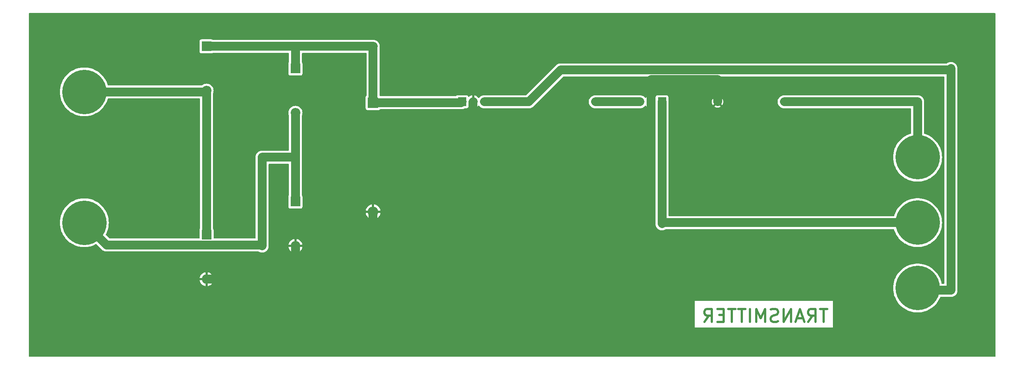
<source format=gbr>
%TF.GenerationSoftware,KiCad,Pcbnew,7.0.2*%
%TF.CreationDate,2023-06-04T14:04:22+05:30*%
%TF.ProjectId,Transmitter,5472616e-736d-4697-9474-65722e6b6963,rev?*%
%TF.SameCoordinates,Original*%
%TF.FileFunction,Copper,L2,Bot*%
%TF.FilePolarity,Positive*%
%FSLAX46Y46*%
G04 Gerber Fmt 4.6, Leading zero omitted, Abs format (unit mm)*
G04 Created by KiCad (PCBNEW 7.0.2) date 2023-06-04 14:04:22*
%MOMM*%
%LPD*%
G01*
G04 APERTURE LIST*
%ADD10C,0.500000*%
%TA.AperFunction,NonConductor*%
%ADD11C,0.500000*%
%TD*%
%TA.AperFunction,ComponentPad*%
%ADD12R,1.905000X2.000000*%
%TD*%
%TA.AperFunction,ComponentPad*%
%ADD13O,1.905000X2.000000*%
%TD*%
%TA.AperFunction,ComponentPad*%
%ADD14R,2.200000X2.200000*%
%TD*%
%TA.AperFunction,ComponentPad*%
%ADD15O,2.200000X2.200000*%
%TD*%
%TA.AperFunction,ComponentPad*%
%ADD16C,1.600000*%
%TD*%
%TA.AperFunction,ComponentPad*%
%ADD17O,1.600000X1.600000*%
%TD*%
%TA.AperFunction,ComponentPad*%
%ADD18C,10.160000*%
%TD*%
%TA.AperFunction,ComponentPad*%
%ADD19R,2.400000X2.400000*%
%TD*%
%TA.AperFunction,ComponentPad*%
%ADD20O,2.400000X2.400000*%
%TD*%
%TA.AperFunction,Conductor*%
%ADD21C,2.000000*%
%TD*%
G04 APERTURE END LIST*
D10*
D11*
X200374285Y-149032857D02*
X198660000Y-149032857D01*
X199517142Y-152032857D02*
X199517142Y-149032857D01*
X195945714Y-152032857D02*
X196945714Y-150604285D01*
X197660000Y-152032857D02*
X197660000Y-149032857D01*
X197660000Y-149032857D02*
X196517143Y-149032857D01*
X196517143Y-149032857D02*
X196231428Y-149175714D01*
X196231428Y-149175714D02*
X196088571Y-149318571D01*
X196088571Y-149318571D02*
X195945714Y-149604285D01*
X195945714Y-149604285D02*
X195945714Y-150032857D01*
X195945714Y-150032857D02*
X196088571Y-150318571D01*
X196088571Y-150318571D02*
X196231428Y-150461428D01*
X196231428Y-150461428D02*
X196517143Y-150604285D01*
X196517143Y-150604285D02*
X197660000Y-150604285D01*
X194802857Y-151175714D02*
X193374286Y-151175714D01*
X195088571Y-152032857D02*
X194088571Y-149032857D01*
X194088571Y-149032857D02*
X193088571Y-152032857D01*
X192088571Y-152032857D02*
X192088571Y-149032857D01*
X192088571Y-149032857D02*
X190374285Y-152032857D01*
X190374285Y-152032857D02*
X190374285Y-149032857D01*
X189088571Y-151890000D02*
X188660000Y-152032857D01*
X188660000Y-152032857D02*
X187945714Y-152032857D01*
X187945714Y-152032857D02*
X187660000Y-151890000D01*
X187660000Y-151890000D02*
X187517142Y-151747142D01*
X187517142Y-151747142D02*
X187374285Y-151461428D01*
X187374285Y-151461428D02*
X187374285Y-151175714D01*
X187374285Y-151175714D02*
X187517142Y-150890000D01*
X187517142Y-150890000D02*
X187660000Y-150747142D01*
X187660000Y-150747142D02*
X187945714Y-150604285D01*
X187945714Y-150604285D02*
X188517142Y-150461428D01*
X188517142Y-150461428D02*
X188802857Y-150318571D01*
X188802857Y-150318571D02*
X188945714Y-150175714D01*
X188945714Y-150175714D02*
X189088571Y-149890000D01*
X189088571Y-149890000D02*
X189088571Y-149604285D01*
X189088571Y-149604285D02*
X188945714Y-149318571D01*
X188945714Y-149318571D02*
X188802857Y-149175714D01*
X188802857Y-149175714D02*
X188517142Y-149032857D01*
X188517142Y-149032857D02*
X187802857Y-149032857D01*
X187802857Y-149032857D02*
X187374285Y-149175714D01*
X186088571Y-152032857D02*
X186088571Y-149032857D01*
X186088571Y-149032857D02*
X185088571Y-151175714D01*
X185088571Y-151175714D02*
X184088571Y-149032857D01*
X184088571Y-149032857D02*
X184088571Y-152032857D01*
X182660000Y-152032857D02*
X182660000Y-149032857D01*
X181660000Y-149032857D02*
X179945715Y-149032857D01*
X180802857Y-152032857D02*
X180802857Y-149032857D01*
X179374286Y-149032857D02*
X177660001Y-149032857D01*
X178517143Y-152032857D02*
X178517143Y-149032857D01*
X176660001Y-150461428D02*
X175660001Y-150461428D01*
X175231429Y-152032857D02*
X176660001Y-152032857D01*
X176660001Y-152032857D02*
X176660001Y-149032857D01*
X176660001Y-149032857D02*
X175231429Y-149032857D01*
X172231429Y-152032857D02*
X173231429Y-150604285D01*
X173945715Y-152032857D02*
X173945715Y-149032857D01*
X173945715Y-149032857D02*
X172802858Y-149032857D01*
X172802858Y-149032857D02*
X172517143Y-149175714D01*
X172517143Y-149175714D02*
X172374286Y-149318571D01*
X172374286Y-149318571D02*
X172231429Y-149604285D01*
X172231429Y-149604285D02*
X172231429Y-150032857D01*
X172231429Y-150032857D02*
X172374286Y-150318571D01*
X172374286Y-150318571D02*
X172517143Y-150461428D01*
X172517143Y-150461428D02*
X172802858Y-150604285D01*
X172802858Y-150604285D02*
X173945715Y-150604285D01*
D12*
%TO.P,U1,1,VI*%
%TO.N,Net-(D1-K)*%
X116840000Y-101600000D03*
D13*
%TO.P,U1,2,GND*%
%TO.N,GND*%
X119380000Y-101600000D03*
%TO.P,U1,3,VO*%
%TO.N,Net-(J1-Pin_3)*%
X121920000Y-101600000D03*
%TD*%
D14*
%TO.P,D3,1,K*%
%TO.N,Net-(D1-A)*%
X58420000Y-132080000D03*
D15*
%TO.P,D3,2,A*%
%TO.N,GND*%
X58420000Y-142240000D03*
%TD*%
D14*
%TO.P,D4,1,K*%
%TO.N,Net-(D2-A)*%
X78740000Y-124460000D03*
D15*
%TO.P,D4,2,A*%
%TO.N,GND*%
X78740000Y-134620000D03*
%TD*%
D16*
%TO.P,R2,1*%
%TO.N,GND*%
X175260000Y-101600000D03*
D17*
%TO.P,R2,2*%
%TO.N,Net-(J1-Pin_1)*%
X190500000Y-101600000D03*
%TD*%
D18*
%TO.P,J1,1,Pin_1*%
%TO.N,Net-(J1-Pin_1)*%
X220980000Y-114300000D03*
%TO.P,J1,2,Pin_2*%
%TO.N,Net-(J1-Pin_2)*%
X220980000Y-129290000D03*
%TO.P,J1,3,Pin_3*%
%TO.N,Net-(J1-Pin_3)*%
X220980000Y-144270000D03*
%TD*%
D16*
%TO.P,R1,1*%
%TO.N,Net-(J1-Pin_3)*%
X132080000Y-101600000D03*
D17*
%TO.P,R1,2*%
%TO.N,Net-(Q1-S)*%
X147320000Y-101600000D03*
%TD*%
D14*
%TO.P,D2,1,K*%
%TO.N,Net-(D1-K)*%
X78740000Y-93980000D03*
D15*
%TO.P,D2,2,A*%
%TO.N,Net-(D2-A)*%
X78740000Y-104140000D03*
%TD*%
D19*
%TO.P,C1,1*%
%TO.N,Net-(D1-K)*%
X96502500Y-101800000D03*
D20*
%TO.P,C1,2*%
%TO.N,GND*%
X96502500Y-126800000D03*
%TD*%
D18*
%TO.P,J2,1,Pin_1*%
%TO.N,Net-(D2-A)*%
X30480000Y-129300000D03*
%TO.P,J2,2,Pin_2*%
%TO.N,Net-(D1-A)*%
X30480000Y-99330000D03*
%TD*%
D12*
%TO.P,Q1,1,G*%
%TO.N,Net-(J1-Pin_2)*%
X162560000Y-101600000D03*
D13*
%TO.P,Q1,2,D*%
%TO.N,GND*%
X160020000Y-101600000D03*
%TO.P,Q1,3,S*%
%TO.N,Net-(Q1-S)*%
X157480000Y-101600000D03*
%TD*%
D14*
%TO.P,D1,1,K*%
%TO.N,Net-(D1-K)*%
X58420000Y-88900000D03*
D15*
%TO.P,D1,2,A*%
%TO.N,Net-(D1-A)*%
X58420000Y-99060000D03*
%TD*%
D21*
%TO.N,Net-(D1-K)*%
X96520000Y-88900000D02*
X78740000Y-88900000D01*
X96502500Y-88917500D02*
X96520000Y-88900000D01*
X58420000Y-88900000D02*
X78740000Y-88900000D01*
X78740000Y-88900000D02*
X78740000Y-93980000D01*
X96502500Y-101800000D02*
X96502500Y-88917500D01*
X116640000Y-101800000D02*
X116840000Y-101600000D01*
X96502500Y-101800000D02*
X116640000Y-101800000D01*
%TO.N,Net-(D1-A)*%
X58150000Y-99330000D02*
X58420000Y-99060000D01*
X58420000Y-99060000D02*
X58420000Y-132080000D01*
X30480000Y-99330000D02*
X58150000Y-99330000D01*
%TO.N,Net-(D2-A)*%
X35560000Y-134380000D02*
X70880000Y-134380000D01*
X78740000Y-114300000D02*
X78740000Y-124460000D01*
X71120000Y-114300000D02*
X78740000Y-114300000D01*
X78740000Y-104140000D02*
X78740000Y-114300000D01*
X71120000Y-134620000D02*
X71120000Y-114300000D01*
X30480000Y-129300000D02*
X35560000Y-134380000D01*
X70880000Y-134380000D02*
X71120000Y-134620000D01*
%TO.N,GND*%
X160020000Y-101600000D02*
X160020000Y-142240000D01*
X78740000Y-142240000D02*
X78740000Y-134620000D01*
X160020000Y-101600000D02*
X160020000Y-96520000D01*
X96520000Y-142240000D02*
X78740000Y-142240000D01*
X160020000Y-96520000D02*
X175260000Y-96520000D01*
X119380000Y-101600000D02*
X119332500Y-101647500D01*
X160020000Y-142240000D02*
X119380000Y-142240000D01*
X119380000Y-142240000D02*
X119332500Y-142192500D01*
X119332500Y-101647500D02*
X119332500Y-142192500D01*
X119380000Y-142240000D02*
X96520000Y-142240000D01*
X96502500Y-126800000D02*
X96502500Y-142222500D01*
X58420000Y-142240000D02*
X78740000Y-142240000D01*
X96520000Y-142240000D02*
X96502500Y-142222500D01*
X175260000Y-96520000D02*
X175260000Y-101600000D01*
%TO.N,Net-(J1-Pin_2)*%
X162560000Y-129540000D02*
X162810000Y-129290000D01*
X162810000Y-129290000D02*
X220980000Y-129290000D01*
X162560000Y-101600000D02*
X162560000Y-129540000D01*
%TO.N,Net-(Q1-S)*%
X147320000Y-101600000D02*
X157480000Y-101600000D01*
%TO.N,Net-(J1-Pin_3)*%
X139360000Y-94320000D02*
X228260000Y-94320000D01*
X228260000Y-94320000D02*
X228600000Y-93980000D01*
X132080000Y-101600000D02*
X139360000Y-94320000D01*
X228600000Y-93980000D02*
X228600000Y-144780000D01*
X221490000Y-144780000D02*
X220980000Y-144270000D01*
X228600000Y-144780000D02*
X221490000Y-144780000D01*
X121920000Y-101600000D02*
X132080000Y-101600000D01*
%TO.N,Net-(J1-Pin_1)*%
X220980000Y-101600000D02*
X220980000Y-114300000D01*
X190500000Y-101600000D02*
X220980000Y-101600000D01*
%TD*%
%TA.AperFunction,Conductor*%
%TO.N,GND*%
G36*
X238703039Y-81299685D02*
G01*
X238748794Y-81352489D01*
X238760000Y-81404000D01*
X238760000Y-159896000D01*
X238740315Y-159963039D01*
X238687511Y-160008794D01*
X238636000Y-160020000D01*
X17904000Y-160020000D01*
X17836961Y-160000315D01*
X17791206Y-159947511D01*
X17780000Y-159896000D01*
X17780000Y-147220929D01*
X170080930Y-147220929D01*
X170080930Y-153329071D01*
X201589071Y-153329071D01*
X201589071Y-147220929D01*
X170080930Y-147220929D01*
X17780000Y-147220929D01*
X17780000Y-142490000D01*
X56834728Y-142490000D01*
X56834811Y-142491068D01*
X56893603Y-142735956D01*
X56989982Y-142968632D01*
X57121569Y-143183364D01*
X57285130Y-143374869D01*
X57476635Y-143538430D01*
X57691367Y-143670017D01*
X57924043Y-143766396D01*
X58168931Y-143825188D01*
X58169999Y-143825271D01*
X58170000Y-143825271D01*
X58170000Y-142731683D01*
X58198819Y-142749209D01*
X58344404Y-142790000D01*
X58457622Y-142790000D01*
X58569783Y-142774584D01*
X58670000Y-142731053D01*
X58670000Y-143825271D01*
X58671068Y-143825188D01*
X58915956Y-143766396D01*
X59148632Y-143670017D01*
X59363364Y-143538430D01*
X59554869Y-143374869D01*
X59718430Y-143183364D01*
X59850017Y-142968632D01*
X59946396Y-142735956D01*
X60005188Y-142491068D01*
X60005272Y-142490000D01*
X58914852Y-142490000D01*
X58963559Y-142352953D01*
X58973877Y-142202114D01*
X58943116Y-142054085D01*
X58909910Y-141990000D01*
X60005271Y-141990000D01*
X60005271Y-141989999D01*
X60005188Y-141988931D01*
X59946396Y-141744043D01*
X59850017Y-141511367D01*
X59718430Y-141296635D01*
X59554869Y-141105130D01*
X59363364Y-140941569D01*
X59148632Y-140809982D01*
X58915956Y-140713603D01*
X58671070Y-140654812D01*
X58670000Y-140654727D01*
X58670000Y-141748316D01*
X58641181Y-141730791D01*
X58495596Y-141690000D01*
X58382378Y-141690000D01*
X58270217Y-141705416D01*
X58170000Y-141748946D01*
X58170000Y-140654727D01*
X58168929Y-140654812D01*
X57924043Y-140713603D01*
X57691367Y-140809982D01*
X57476635Y-140941569D01*
X57285130Y-141105130D01*
X57121569Y-141296635D01*
X56989982Y-141511367D01*
X56893603Y-141744043D01*
X56834811Y-141988931D01*
X56834728Y-141989999D01*
X56834729Y-141990000D01*
X57925148Y-141990000D01*
X57876441Y-142127047D01*
X57866123Y-142277886D01*
X57896884Y-142425915D01*
X57930090Y-142490000D01*
X56834728Y-142490000D01*
X17780000Y-142490000D01*
X17780000Y-129300000D01*
X24894467Y-129300000D01*
X24914589Y-129773686D01*
X24914922Y-129776292D01*
X24914923Y-129776295D01*
X24973195Y-130231355D01*
X24974810Y-130243960D01*
X24975361Y-130246517D01*
X24975363Y-130246528D01*
X25074139Y-130704850D01*
X25074142Y-130704861D01*
X25074696Y-130707432D01*
X25075465Y-130709946D01*
X25075468Y-130709954D01*
X25164163Y-130999572D01*
X25213527Y-131160763D01*
X25214506Y-131163199D01*
X25389319Y-131598241D01*
X25389325Y-131598255D01*
X25390303Y-131600688D01*
X25603751Y-132024036D01*
X25852332Y-132427758D01*
X25853879Y-132429849D01*
X25853888Y-132429863D01*
X26094729Y-132755500D01*
X26134256Y-132808944D01*
X26447490Y-133164847D01*
X26789780Y-133492905D01*
X27158657Y-133790753D01*
X27521978Y-134036315D01*
X27536668Y-134046244D01*
X27551464Y-134056244D01*
X27789731Y-134189348D01*
X27963064Y-134286178D01*
X27963069Y-134286181D01*
X27965372Y-134287467D01*
X28397398Y-134482755D01*
X28844429Y-134640701D01*
X28846973Y-134641363D01*
X28846975Y-134641364D01*
X29162445Y-134723505D01*
X29303244Y-134760167D01*
X29770538Y-134840293D01*
X30242943Y-134880500D01*
X30245574Y-134880500D01*
X30714426Y-134880500D01*
X30717057Y-134880500D01*
X31189462Y-134840293D01*
X31656756Y-134760167D01*
X32115571Y-134640701D01*
X32562602Y-134482755D01*
X32994628Y-134287467D01*
X33137847Y-134207458D01*
X33205974Y-134191948D01*
X33271671Y-134215732D01*
X33286003Y-134228031D01*
X34427665Y-135369693D01*
X34437837Y-135381211D01*
X34452261Y-135399743D01*
X34519045Y-135461222D01*
X34522743Y-135464771D01*
X34542874Y-135484902D01*
X34544828Y-135486557D01*
X34544839Y-135486567D01*
X34564598Y-135503301D01*
X34568441Y-135506694D01*
X34635215Y-135568164D01*
X34654873Y-135581006D01*
X34667184Y-135590187D01*
X34685106Y-135605366D01*
X34763078Y-135651827D01*
X34767407Y-135654529D01*
X34777261Y-135660967D01*
X34843393Y-135704173D01*
X34864906Y-135713609D01*
X34878549Y-135720633D01*
X34898727Y-135732656D01*
X34983267Y-135765643D01*
X34988003Y-135767605D01*
X35036975Y-135789086D01*
X35071119Y-135804063D01*
X35093885Y-135809827D01*
X35108508Y-135814512D01*
X35130386Y-135823049D01*
X35219193Y-135841670D01*
X35224186Y-135842825D01*
X35237920Y-135846302D01*
X35312179Y-135865108D01*
X35320197Y-135865772D01*
X35335573Y-135867047D01*
X35350781Y-135869262D01*
X35357434Y-135870656D01*
X35373763Y-135874081D01*
X35464455Y-135877831D01*
X35469557Y-135878148D01*
X35497933Y-135880500D01*
X35526404Y-135880500D01*
X35531526Y-135880605D01*
X35551983Y-135881452D01*
X35622219Y-135884357D01*
X35622219Y-135884356D01*
X35622221Y-135884357D01*
X35645526Y-135881452D01*
X35660865Y-135880500D01*
X70265137Y-135880500D01*
X70324154Y-135895445D01*
X70376330Y-135923681D01*
X70380742Y-135926187D01*
X70458726Y-135972655D01*
X70458727Y-135972655D01*
X70458730Y-135972657D01*
X70480592Y-135981187D01*
X70494533Y-135987648D01*
X70515186Y-135998826D01*
X70515192Y-135998829D01*
X70601052Y-136028305D01*
X70605857Y-136030066D01*
X70690386Y-136063049D01*
X70713364Y-136067867D01*
X70728161Y-136071941D01*
X70750386Y-136079571D01*
X70834451Y-136093598D01*
X70839905Y-136094508D01*
X70844944Y-136095455D01*
X70933763Y-136114080D01*
X70957220Y-136115049D01*
X70972503Y-136116634D01*
X70981442Y-136118126D01*
X70995664Y-136120500D01*
X70995665Y-136120500D01*
X71086411Y-136120500D01*
X71091536Y-136120606D01*
X71182219Y-136124357D01*
X71182219Y-136124356D01*
X71182221Y-136124357D01*
X71205525Y-136121452D01*
X71220864Y-136120500D01*
X71244334Y-136120500D01*
X71244335Y-136120500D01*
X71333854Y-136105561D01*
X71338919Y-136104824D01*
X71428981Y-136093598D01*
X71451473Y-136086901D01*
X71466455Y-136083435D01*
X71489608Y-136079572D01*
X71489607Y-136079572D01*
X71489614Y-136079571D01*
X71575501Y-136050084D01*
X71580287Y-136048551D01*
X71667313Y-136022644D01*
X71688419Y-136012324D01*
X71702583Y-136006458D01*
X71724810Y-135998828D01*
X71804681Y-135955602D01*
X71809116Y-135953319D01*
X71890716Y-135913429D01*
X71909819Y-135899788D01*
X71922857Y-135891650D01*
X71924202Y-135890921D01*
X71943509Y-135880474D01*
X72015147Y-135824715D01*
X72019247Y-135821659D01*
X72093090Y-135768936D01*
X72093091Y-135768934D01*
X72093095Y-135768932D01*
X72109697Y-135752328D01*
X72121207Y-135742164D01*
X72139744Y-135727738D01*
X72201234Y-135660940D01*
X72204760Y-135657266D01*
X72268927Y-135593100D01*
X72268927Y-135593099D01*
X72268932Y-135593095D01*
X72282580Y-135573978D01*
X72292249Y-135562072D01*
X72308164Y-135544785D01*
X72357826Y-135468769D01*
X72360669Y-135464608D01*
X72413429Y-135390716D01*
X72423743Y-135369615D01*
X72431330Y-135356262D01*
X72444173Y-135336607D01*
X72480624Y-135253507D01*
X72482780Y-135248855D01*
X72521330Y-135170000D01*
X72522644Y-135167313D01*
X72529347Y-135144797D01*
X72534629Y-135130387D01*
X72544063Y-135108881D01*
X72566350Y-135020869D01*
X72567686Y-135016015D01*
X72593598Y-134928981D01*
X72596502Y-134905678D01*
X72599341Y-134890591D01*
X72604556Y-134870000D01*
X77154728Y-134870000D01*
X77154811Y-134871068D01*
X77213603Y-135115956D01*
X77309982Y-135348632D01*
X77441569Y-135563364D01*
X77605130Y-135754869D01*
X77796635Y-135918430D01*
X78011367Y-136050017D01*
X78244043Y-136146396D01*
X78488931Y-136205188D01*
X78489999Y-136205271D01*
X78490000Y-136205271D01*
X78490000Y-135111683D01*
X78518819Y-135129209D01*
X78664404Y-135170000D01*
X78777622Y-135170000D01*
X78889783Y-135154584D01*
X78990000Y-135111053D01*
X78990000Y-136205271D01*
X78991068Y-136205188D01*
X79235956Y-136146396D01*
X79468632Y-136050017D01*
X79683364Y-135918430D01*
X79874869Y-135754869D01*
X80038430Y-135563364D01*
X80170017Y-135348632D01*
X80266396Y-135115956D01*
X80325188Y-134871068D01*
X80325272Y-134870000D01*
X79234852Y-134870000D01*
X79283559Y-134732953D01*
X79293877Y-134582114D01*
X79263116Y-134434085D01*
X79229910Y-134370000D01*
X80325271Y-134370000D01*
X80325271Y-134369999D01*
X80325188Y-134368931D01*
X80266396Y-134124043D01*
X80170017Y-133891367D01*
X80038430Y-133676635D01*
X79874869Y-133485130D01*
X79683364Y-133321569D01*
X79468632Y-133189982D01*
X79235956Y-133093603D01*
X78991070Y-133034812D01*
X78990000Y-133034727D01*
X78990000Y-134128316D01*
X78961181Y-134110791D01*
X78815596Y-134070000D01*
X78702378Y-134070000D01*
X78590217Y-134085416D01*
X78490000Y-134128946D01*
X78490000Y-133034727D01*
X78488929Y-133034812D01*
X78244043Y-133093603D01*
X78011367Y-133189982D01*
X77796635Y-133321569D01*
X77605130Y-133485130D01*
X77441569Y-133676635D01*
X77309982Y-133891367D01*
X77213603Y-134124043D01*
X77154811Y-134368931D01*
X77154728Y-134369999D01*
X77154729Y-134370000D01*
X78245148Y-134370000D01*
X78196441Y-134507047D01*
X78186123Y-134657886D01*
X78216884Y-134805915D01*
X78250090Y-134870000D01*
X77154728Y-134870000D01*
X72604556Y-134870000D01*
X72605108Y-134867821D01*
X72612607Y-134777308D01*
X72613121Y-134772352D01*
X72624357Y-134682221D01*
X72623350Y-134657886D01*
X72620606Y-134591535D01*
X72620500Y-134586410D01*
X72620500Y-126549999D01*
X94816467Y-126549999D01*
X94816468Y-126550000D01*
X95956618Y-126550000D01*
X95917944Y-126643369D01*
X95897323Y-126800000D01*
X95917944Y-126956631D01*
X95956618Y-127050000D01*
X94816468Y-127050000D01*
X94816773Y-127054080D01*
X94873471Y-127302491D01*
X94966557Y-127539669D01*
X95093954Y-127760328D01*
X95252817Y-127959536D01*
X95439595Y-128132841D01*
X95650115Y-128276371D01*
X95879679Y-128386922D01*
X96123154Y-128462025D01*
X96252500Y-128481520D01*
X96252500Y-127345881D01*
X96345869Y-127384556D01*
X96463177Y-127400000D01*
X96541823Y-127400000D01*
X96659131Y-127384556D01*
X96752498Y-127345881D01*
X96752499Y-128481519D01*
X96881845Y-128462025D01*
X97125323Y-128386921D01*
X97354879Y-128276374D01*
X97565407Y-128132839D01*
X97752182Y-127959536D01*
X97911045Y-127760328D01*
X98038442Y-127539669D01*
X98131528Y-127302491D01*
X98188226Y-127054080D01*
X98188532Y-127050000D01*
X97048382Y-127050000D01*
X97087056Y-126956631D01*
X97107677Y-126800000D01*
X97087056Y-126643369D01*
X97048382Y-126550000D01*
X98188532Y-126550000D01*
X98188532Y-126549999D01*
X98188226Y-126545919D01*
X98131528Y-126297508D01*
X98038442Y-126060330D01*
X97911045Y-125839671D01*
X97752182Y-125640463D01*
X97565407Y-125467160D01*
X97354879Y-125323625D01*
X97125323Y-125213078D01*
X96881845Y-125137974D01*
X96752499Y-125118479D01*
X96752499Y-126254118D01*
X96659131Y-126215444D01*
X96541823Y-126200000D01*
X96463177Y-126200000D01*
X96345869Y-126215444D01*
X96252500Y-126254118D01*
X96252500Y-125118479D01*
X96123154Y-125137974D01*
X95879679Y-125213077D01*
X95650115Y-125323628D01*
X95439595Y-125467158D01*
X95252817Y-125640463D01*
X95093954Y-125839671D01*
X94966557Y-126060330D01*
X94873471Y-126297508D01*
X94816773Y-126545919D01*
X94816467Y-126549999D01*
X72620500Y-126549999D01*
X72620500Y-115924500D01*
X72640185Y-115857461D01*
X72692989Y-115811706D01*
X72744500Y-115800500D01*
X77115500Y-115800500D01*
X77182539Y-115820185D01*
X77228294Y-115872989D01*
X77239500Y-115924500D01*
X77239500Y-123018561D01*
X77219815Y-123085600D01*
X77214768Y-123092871D01*
X77196204Y-123117669D01*
X77145910Y-123252515D01*
X77145909Y-123252517D01*
X77139500Y-123312127D01*
X77139500Y-123315448D01*
X77139500Y-123315449D01*
X77139500Y-125604560D01*
X77139500Y-125604578D01*
X77139501Y-125607872D01*
X77145909Y-125667483D01*
X77196204Y-125802331D01*
X77282454Y-125917546D01*
X77397669Y-126003796D01*
X77532517Y-126054091D01*
X77592127Y-126060500D01*
X79887872Y-126060499D01*
X79947483Y-126054091D01*
X80082331Y-126003796D01*
X80197546Y-125917546D01*
X80283796Y-125802331D01*
X80334091Y-125667483D01*
X80340500Y-125607873D01*
X80340499Y-123312128D01*
X80334091Y-123252517D01*
X80283796Y-123117669D01*
X80265231Y-123092870D01*
X80240816Y-123027406D01*
X80240500Y-123018561D01*
X80240500Y-104724446D01*
X80249938Y-104676994D01*
X80266873Y-104636111D01*
X80325683Y-104391148D01*
X80345449Y-104140000D01*
X80325683Y-103888852D01*
X80266873Y-103643889D01*
X80170466Y-103411141D01*
X80038836Y-103196341D01*
X79875224Y-103004776D01*
X79683659Y-102841164D01*
X79468859Y-102709534D01*
X79319996Y-102647873D01*
X79236110Y-102613126D01*
X78991149Y-102554317D01*
X78740000Y-102534551D01*
X78488850Y-102554317D01*
X78243889Y-102613126D01*
X78045225Y-102695416D01*
X78018319Y-102706561D01*
X78011139Y-102709535D01*
X77796342Y-102841163D01*
X77604776Y-103004776D01*
X77441163Y-103196342D01*
X77309535Y-103411139D01*
X77213126Y-103643889D01*
X77154317Y-103888850D01*
X77134551Y-104139999D01*
X77154317Y-104391149D01*
X77183251Y-104511670D01*
X77213127Y-104636111D01*
X77230061Y-104676994D01*
X77239500Y-104724446D01*
X77239500Y-112675500D01*
X77219815Y-112742539D01*
X77167011Y-112788294D01*
X77115500Y-112799500D01*
X70995663Y-112799500D01*
X70939293Y-112808905D01*
X70929127Y-112810172D01*
X70872180Y-112814891D01*
X70816787Y-112828918D01*
X70806762Y-112831020D01*
X70750388Y-112840428D01*
X70696318Y-112858989D01*
X70686502Y-112861911D01*
X70631119Y-112875937D01*
X70578791Y-112898890D01*
X70569244Y-112902615D01*
X70515190Y-112921171D01*
X70464928Y-112948372D01*
X70455722Y-112952872D01*
X70403393Y-112975825D01*
X70355561Y-113007075D01*
X70346763Y-113012318D01*
X70296489Y-113039526D01*
X70251395Y-113074624D01*
X70243059Y-113080576D01*
X70195217Y-113111834D01*
X70153176Y-113150535D01*
X70145358Y-113157156D01*
X70100258Y-113192259D01*
X70077146Y-113217364D01*
X70061544Y-113234312D01*
X70054312Y-113241544D01*
X70037364Y-113257146D01*
X70012259Y-113280258D01*
X69977156Y-113325358D01*
X69970535Y-113333176D01*
X69931834Y-113375217D01*
X69900576Y-113423059D01*
X69894624Y-113431395D01*
X69859526Y-113476489D01*
X69832318Y-113526763D01*
X69827075Y-113535561D01*
X69795825Y-113583393D01*
X69772872Y-113635722D01*
X69768372Y-113644928D01*
X69741171Y-113695190D01*
X69722615Y-113749244D01*
X69718890Y-113758791D01*
X69695937Y-113811119D01*
X69681911Y-113866502D01*
X69678989Y-113876318D01*
X69660428Y-113930388D01*
X69651020Y-113986762D01*
X69648918Y-113996787D01*
X69634891Y-114052180D01*
X69630172Y-114109127D01*
X69628905Y-114119293D01*
X69619500Y-114175662D01*
X69619500Y-132755500D01*
X69599815Y-132822539D01*
X69547011Y-132868294D01*
X69495500Y-132879500D01*
X60144500Y-132879500D01*
X60077461Y-132859815D01*
X60031706Y-132807011D01*
X60020500Y-132755500D01*
X60020499Y-130935439D01*
X60020499Y-130932128D01*
X60014091Y-130872517D01*
X59963796Y-130737669D01*
X59945231Y-130712870D01*
X59920816Y-130647406D01*
X59920500Y-130638561D01*
X59920500Y-99644446D01*
X59929938Y-99596994D01*
X59946873Y-99556111D01*
X60005683Y-99311148D01*
X60025449Y-99060000D01*
X60005683Y-98808852D01*
X59946873Y-98563889D01*
X59850466Y-98331141D01*
X59718836Y-98116341D01*
X59555224Y-97924776D01*
X59363659Y-97761164D01*
X59148859Y-97629534D01*
X59032484Y-97581330D01*
X58916110Y-97533126D01*
X58671149Y-97474317D01*
X58420000Y-97454551D01*
X58168850Y-97474317D01*
X57923889Y-97533126D01*
X57691139Y-97629535D01*
X57476342Y-97761163D01*
X57431116Y-97799790D01*
X57367354Y-97828361D01*
X57350584Y-97829500D01*
X35948512Y-97829500D01*
X35881473Y-97809815D01*
X35835718Y-97757011D01*
X35829947Y-97741810D01*
X35746473Y-97469237D01*
X35569697Y-97029312D01*
X35356249Y-96605964D01*
X35107668Y-96202242D01*
X35106117Y-96200145D01*
X35106111Y-96200136D01*
X34827305Y-95823167D01*
X34825744Y-95821056D01*
X34512510Y-95465153D01*
X34170220Y-95137095D01*
X34162877Y-95131166D01*
X33803408Y-94840914D01*
X33803402Y-94840909D01*
X33801343Y-94839247D01*
X33647041Y-94734957D01*
X33410710Y-94575225D01*
X33410703Y-94575221D01*
X33408536Y-94573756D01*
X33299386Y-94512781D01*
X32996935Y-94343821D01*
X32996920Y-94343813D01*
X32994628Y-94342533D01*
X32992229Y-94341448D01*
X32992216Y-94341442D01*
X32565001Y-94148329D01*
X32564992Y-94148325D01*
X32562602Y-94147245D01*
X32560129Y-94146371D01*
X32560121Y-94146368D01*
X32118051Y-93990175D01*
X32118045Y-93990173D01*
X32115571Y-93989299D01*
X32113041Y-93988640D01*
X32113024Y-93988635D01*
X31659305Y-93870496D01*
X31659289Y-93870492D01*
X31656756Y-93869833D01*
X31654173Y-93869390D01*
X31654154Y-93869386D01*
X31192052Y-93790151D01*
X31192049Y-93790150D01*
X31189462Y-93789707D01*
X31186848Y-93789484D01*
X31186844Y-93789484D01*
X30719682Y-93749723D01*
X30719672Y-93749722D01*
X30717057Y-93749500D01*
X30242943Y-93749500D01*
X30240328Y-93749722D01*
X30240317Y-93749723D01*
X29773155Y-93789484D01*
X29773148Y-93789484D01*
X29770538Y-93789707D01*
X29767953Y-93790150D01*
X29767947Y-93790151D01*
X29305845Y-93869386D01*
X29305822Y-93869390D01*
X29303244Y-93869833D01*
X29300715Y-93870491D01*
X29300694Y-93870496D01*
X28846975Y-93988635D01*
X28846951Y-93988642D01*
X28844429Y-93989299D01*
X28841960Y-93990171D01*
X28841948Y-93990175D01*
X28399878Y-94146368D01*
X28399862Y-94146374D01*
X28397398Y-94147245D01*
X28395015Y-94148322D01*
X28394998Y-94148329D01*
X27967783Y-94341442D01*
X27967760Y-94341453D01*
X27965372Y-94342533D01*
X27963088Y-94343808D01*
X27963064Y-94343821D01*
X27553753Y-94572477D01*
X27553747Y-94572480D01*
X27551464Y-94573756D01*
X27549306Y-94575214D01*
X27549289Y-94575225D01*
X27160852Y-94837763D01*
X27160845Y-94837768D01*
X27158657Y-94839247D01*
X27156608Y-94840901D01*
X27156591Y-94840914D01*
X26791842Y-95135429D01*
X26791827Y-95135441D01*
X26789780Y-95137095D01*
X26787878Y-95138916D01*
X26787871Y-95138924D01*
X26449391Y-95463330D01*
X26449378Y-95463342D01*
X26447490Y-95465153D01*
X26445761Y-95467116D01*
X26445749Y-95467130D01*
X26135996Y-95819078D01*
X26135986Y-95819089D01*
X26134256Y-95821056D01*
X26132702Y-95823156D01*
X26132694Y-95823167D01*
X25853888Y-96200136D01*
X25853871Y-96200160D01*
X25852332Y-96202242D01*
X25850964Y-96204462D01*
X25850957Y-96204474D01*
X25605128Y-96603726D01*
X25605118Y-96603743D01*
X25603751Y-96605964D01*
X25602572Y-96608300D01*
X25602566Y-96608313D01*
X25391488Y-97026961D01*
X25390303Y-97029312D01*
X25389329Y-97031735D01*
X25389319Y-97031758D01*
X25219428Y-97454551D01*
X25213527Y-97469237D01*
X25212761Y-97471737D01*
X25212760Y-97471741D01*
X25075468Y-97920045D01*
X25075464Y-97920059D01*
X25074696Y-97922568D01*
X25074143Y-97925132D01*
X25074139Y-97925149D01*
X24975363Y-98383471D01*
X24975360Y-98383486D01*
X24974810Y-98386040D01*
X24974478Y-98388631D01*
X24974476Y-98388644D01*
X24914923Y-98853704D01*
X24914589Y-98856314D01*
X24894467Y-99330000D01*
X24914589Y-99803686D01*
X24914922Y-99806292D01*
X24914923Y-99806295D01*
X24971533Y-100248376D01*
X24974810Y-100273960D01*
X24975361Y-100276517D01*
X24975363Y-100276528D01*
X25074139Y-100734850D01*
X25074142Y-100734861D01*
X25074696Y-100737432D01*
X25075465Y-100739946D01*
X25075468Y-100739954D01*
X25138238Y-100944920D01*
X25213527Y-101190763D01*
X25214506Y-101193199D01*
X25389319Y-101628241D01*
X25389325Y-101628255D01*
X25390303Y-101630688D01*
X25437519Y-101724335D01*
X25576506Y-102000000D01*
X25603751Y-102054036D01*
X25605124Y-102056266D01*
X25605128Y-102056273D01*
X25725940Y-102252484D01*
X25852332Y-102457758D01*
X25853879Y-102459849D01*
X25853888Y-102459863D01*
X26053780Y-102730134D01*
X26134256Y-102838944D01*
X26135996Y-102840921D01*
X26428252Y-103172989D01*
X26447490Y-103194847D01*
X26789780Y-103522905D01*
X26791841Y-103524569D01*
X26791842Y-103524570D01*
X26939615Y-103643889D01*
X27158657Y-103820753D01*
X27551464Y-104086244D01*
X27647692Y-104140000D01*
X27963064Y-104316178D01*
X27963069Y-104316181D01*
X27965372Y-104317467D01*
X28397398Y-104512755D01*
X28844429Y-104670701D01*
X29303244Y-104790167D01*
X29770538Y-104870293D01*
X30242943Y-104910500D01*
X30245574Y-104910500D01*
X30714426Y-104910500D01*
X30717057Y-104910500D01*
X31189462Y-104870293D01*
X31656756Y-104790167D01*
X32115571Y-104670701D01*
X32562602Y-104512755D01*
X32994628Y-104317467D01*
X33408536Y-104086244D01*
X33801343Y-103820753D01*
X34170220Y-103522905D01*
X34512510Y-103194847D01*
X34825744Y-102838944D01*
X35107668Y-102457758D01*
X35356249Y-102054036D01*
X35569697Y-101630688D01*
X35746473Y-101190763D01*
X35829947Y-100918189D01*
X35868400Y-100859853D01*
X35932287Y-100831566D01*
X35948512Y-100830500D01*
X56795500Y-100830500D01*
X56862539Y-100850185D01*
X56908294Y-100902989D01*
X56919500Y-100954500D01*
X56919500Y-130638561D01*
X56899815Y-130705600D01*
X56894768Y-130712871D01*
X56876204Y-130737669D01*
X56825910Y-130872515D01*
X56825909Y-130872517D01*
X56819500Y-130932127D01*
X56819500Y-130935448D01*
X56819500Y-130935449D01*
X56819501Y-132755500D01*
X56799816Y-132822539D01*
X56747013Y-132868294D01*
X56695501Y-132879500D01*
X36232890Y-132879500D01*
X36165851Y-132859815D01*
X36145209Y-132843181D01*
X35409551Y-132107523D01*
X35376066Y-132046200D01*
X35381050Y-131976508D01*
X35386499Y-131964038D01*
X35569697Y-131600688D01*
X35746473Y-131160763D01*
X35885304Y-130707432D01*
X35985190Y-130243960D01*
X36045411Y-129773686D01*
X36065533Y-129300000D01*
X36045411Y-128826314D01*
X35985190Y-128356040D01*
X35885304Y-127892568D01*
X35746473Y-127439237D01*
X35569697Y-126999312D01*
X35356249Y-126575964D01*
X35107668Y-126172242D01*
X35106117Y-126170145D01*
X35106111Y-126170136D01*
X34918881Y-125916986D01*
X34825744Y-125791056D01*
X34512510Y-125435153D01*
X34170220Y-125107095D01*
X34168157Y-125105429D01*
X33803408Y-124810914D01*
X33803402Y-124810909D01*
X33801343Y-124809247D01*
X33647041Y-124704957D01*
X33410710Y-124545225D01*
X33410703Y-124545221D01*
X33408536Y-124543756D01*
X33299386Y-124482781D01*
X32996935Y-124313821D01*
X32996920Y-124313813D01*
X32994628Y-124312533D01*
X32992229Y-124311448D01*
X32992216Y-124311442D01*
X32565001Y-124118329D01*
X32564992Y-124118325D01*
X32562602Y-124117245D01*
X32560129Y-124116371D01*
X32560121Y-124116368D01*
X32118051Y-123960175D01*
X32118045Y-123960173D01*
X32115571Y-123959299D01*
X32113041Y-123958640D01*
X32113024Y-123958635D01*
X31659305Y-123840496D01*
X31659289Y-123840492D01*
X31656756Y-123839833D01*
X31654173Y-123839390D01*
X31654154Y-123839386D01*
X31192052Y-123760151D01*
X31192049Y-123760150D01*
X31189462Y-123759707D01*
X31186848Y-123759484D01*
X31186844Y-123759484D01*
X30719682Y-123719723D01*
X30719672Y-123719722D01*
X30717057Y-123719500D01*
X30242943Y-123719500D01*
X30240328Y-123719722D01*
X30240317Y-123719723D01*
X29773155Y-123759484D01*
X29773148Y-123759484D01*
X29770538Y-123759707D01*
X29767953Y-123760150D01*
X29767947Y-123760151D01*
X29305845Y-123839386D01*
X29305822Y-123839390D01*
X29303244Y-123839833D01*
X29300715Y-123840491D01*
X29300694Y-123840496D01*
X28846975Y-123958635D01*
X28846951Y-123958642D01*
X28844429Y-123959299D01*
X28841960Y-123960171D01*
X28841948Y-123960175D01*
X28399878Y-124116368D01*
X28399862Y-124116374D01*
X28397398Y-124117245D01*
X28395015Y-124118322D01*
X28394998Y-124118329D01*
X27967783Y-124311442D01*
X27967760Y-124311453D01*
X27965372Y-124312533D01*
X27963088Y-124313808D01*
X27963064Y-124313821D01*
X27553753Y-124542477D01*
X27553747Y-124542480D01*
X27551464Y-124543756D01*
X27549306Y-124545214D01*
X27549289Y-124545225D01*
X27160852Y-124807763D01*
X27160845Y-124807768D01*
X27158657Y-124809247D01*
X27156608Y-124810901D01*
X27156591Y-124810914D01*
X26791842Y-125105429D01*
X26791827Y-125105441D01*
X26789780Y-125107095D01*
X26787878Y-125108916D01*
X26787871Y-125108924D01*
X26449391Y-125433330D01*
X26449378Y-125433342D01*
X26447490Y-125435153D01*
X26445761Y-125437116D01*
X26445749Y-125437130D01*
X26135996Y-125789078D01*
X26135986Y-125789089D01*
X26134256Y-125791056D01*
X26132702Y-125793156D01*
X26132694Y-125793167D01*
X25853888Y-126170136D01*
X25853871Y-126170160D01*
X25852332Y-126172242D01*
X25850964Y-126174462D01*
X25850957Y-126174474D01*
X25605128Y-126573726D01*
X25605118Y-126573743D01*
X25603751Y-126575964D01*
X25602572Y-126578300D01*
X25602566Y-126578313D01*
X25391488Y-126996961D01*
X25390303Y-126999312D01*
X25389329Y-127001735D01*
X25389319Y-127001758D01*
X25217545Y-127429237D01*
X25213527Y-127439237D01*
X25212761Y-127441737D01*
X25212760Y-127441741D01*
X25075468Y-127890045D01*
X25075464Y-127890059D01*
X25074696Y-127892568D01*
X25074143Y-127895132D01*
X25074139Y-127895149D01*
X24975363Y-128353471D01*
X24975360Y-128353486D01*
X24974810Y-128356040D01*
X24974478Y-128358631D01*
X24974476Y-128358644D01*
X24915532Y-128818949D01*
X24914589Y-128826314D01*
X24894467Y-129300000D01*
X17780000Y-129300000D01*
X17780000Y-90044578D01*
X56819500Y-90044578D01*
X56819501Y-90047872D01*
X56825909Y-90107483D01*
X56876204Y-90242331D01*
X56962454Y-90357546D01*
X57077669Y-90443796D01*
X57212517Y-90494091D01*
X57272127Y-90500500D01*
X59567872Y-90500499D01*
X59627483Y-90494091D01*
X59762331Y-90443796D01*
X59787129Y-90425231D01*
X59852594Y-90400816D01*
X59861439Y-90400500D01*
X77115500Y-90400500D01*
X77182539Y-90420185D01*
X77228294Y-90472989D01*
X77239500Y-90524500D01*
X77239500Y-92538561D01*
X77219815Y-92605600D01*
X77214770Y-92612866D01*
X77210324Y-92618807D01*
X77196204Y-92637669D01*
X77145909Y-92772516D01*
X77140858Y-92819500D01*
X77139500Y-92832127D01*
X77139500Y-92835448D01*
X77139500Y-92835449D01*
X77139500Y-95124560D01*
X77139500Y-95124578D01*
X77139501Y-95127872D01*
X77145909Y-95187483D01*
X77196204Y-95322331D01*
X77282454Y-95437546D01*
X77397669Y-95523796D01*
X77532517Y-95574091D01*
X77592127Y-95580500D01*
X79887872Y-95580499D01*
X79947483Y-95574091D01*
X80082331Y-95523796D01*
X80197546Y-95437546D01*
X80283796Y-95322331D01*
X80334091Y-95187483D01*
X80340500Y-95127873D01*
X80340499Y-92832128D01*
X80334091Y-92772517D01*
X80283796Y-92637669D01*
X80265231Y-92612870D01*
X80240816Y-92547406D01*
X80240500Y-92538561D01*
X80240500Y-90524500D01*
X80260185Y-90457461D01*
X80312989Y-90411706D01*
X80364500Y-90400500D01*
X94878000Y-90400500D01*
X94945039Y-90420185D01*
X94990794Y-90472989D01*
X95002000Y-90524500D01*
X95002000Y-100137679D01*
X94982315Y-100204718D01*
X94952313Y-100236944D01*
X94944955Y-100242451D01*
X94858704Y-100357668D01*
X94808409Y-100492516D01*
X94805350Y-100520973D01*
X94802000Y-100552127D01*
X94802000Y-100555448D01*
X94802000Y-100555449D01*
X94802000Y-103044560D01*
X94802000Y-103044578D01*
X94802001Y-103047872D01*
X94802353Y-103051152D01*
X94802354Y-103051159D01*
X94808409Y-103107484D01*
X94819304Y-103136694D01*
X94858704Y-103242331D01*
X94944954Y-103357546D01*
X95060169Y-103443796D01*
X95195017Y-103494091D01*
X95254627Y-103500500D01*
X97750372Y-103500499D01*
X97809983Y-103494091D01*
X97944831Y-103443796D01*
X98060046Y-103357546D01*
X98065553Y-103350188D01*
X98121486Y-103308319D01*
X98164820Y-103300500D01*
X116539135Y-103300500D01*
X116554473Y-103301452D01*
X116577779Y-103304357D01*
X116577779Y-103304356D01*
X116577780Y-103304357D01*
X116648017Y-103301452D01*
X116668473Y-103300605D01*
X116673596Y-103300500D01*
X116699498Y-103300500D01*
X116702067Y-103300500D01*
X116730447Y-103298147D01*
X116735540Y-103297831D01*
X116826237Y-103294081D01*
X116849209Y-103289263D01*
X116864413Y-103287047D01*
X116887821Y-103285108D01*
X116975838Y-103262818D01*
X116980754Y-103261680D01*
X117069614Y-103243049D01*
X117091496Y-103234510D01*
X117106116Y-103229827D01*
X117128881Y-103224063D01*
X117212008Y-103187599D01*
X117216699Y-103185656D01*
X117301274Y-103152656D01*
X117321456Y-103140628D01*
X117335101Y-103133605D01*
X117356607Y-103124173D01*
X117360638Y-103121539D01*
X117361937Y-103120691D01*
X117428826Y-103100503D01*
X117429759Y-103100499D01*
X117837061Y-103100499D01*
X117840372Y-103100499D01*
X117899983Y-103094091D01*
X118034831Y-103043796D01*
X118150046Y-102957546D01*
X118236296Y-102842331D01*
X118247909Y-102811194D01*
X118289779Y-102755262D01*
X118355243Y-102730845D01*
X118423516Y-102745696D01*
X118440252Y-102756675D01*
X118582836Y-102867652D01*
X118794539Y-102982219D01*
X119022208Y-103060379D01*
X119130000Y-103078366D01*
X119130000Y-102091683D01*
X119158819Y-102109209D01*
X119304404Y-102150000D01*
X119417622Y-102150000D01*
X119529783Y-102134584D01*
X119629999Y-102091053D01*
X119629999Y-103078365D01*
X119737791Y-103060379D01*
X119965460Y-102982219D01*
X120177164Y-102867651D01*
X120367122Y-102719801D01*
X120530156Y-102542700D01*
X120536537Y-102532933D01*
X120589682Y-102487575D01*
X120658913Y-102478150D01*
X120722249Y-102507650D01*
X120738200Y-102524590D01*
X120812258Y-102619740D01*
X120812261Y-102619742D01*
X120812262Y-102619744D01*
X120995215Y-102788164D01*
X121203393Y-102924173D01*
X121203395Y-102924174D01*
X121203397Y-102924175D01*
X121319210Y-102974975D01*
X121328414Y-102979474D01*
X121334336Y-102982679D01*
X121340706Y-102984866D01*
X121350235Y-102988584D01*
X121431119Y-103024063D01*
X121516733Y-103045742D01*
X121526549Y-103048665D01*
X121562090Y-103060867D01*
X121599142Y-103067049D01*
X121609168Y-103069151D01*
X121672179Y-103085108D01*
X121736960Y-103090475D01*
X121747116Y-103091741D01*
X121799601Y-103100500D01*
X121857933Y-103100500D01*
X131979135Y-103100500D01*
X131994473Y-103101452D01*
X132017779Y-103104357D01*
X132017779Y-103104356D01*
X132017780Y-103104357D01*
X132088017Y-103101452D01*
X132108473Y-103100605D01*
X132113596Y-103100500D01*
X132139498Y-103100500D01*
X132142067Y-103100500D01*
X132170447Y-103098147D01*
X132175540Y-103097831D01*
X132266237Y-103094081D01*
X132289209Y-103089263D01*
X132304413Y-103087047D01*
X132327821Y-103085108D01*
X132415838Y-103062818D01*
X132420754Y-103061680D01*
X132509614Y-103043049D01*
X132531496Y-103034510D01*
X132546116Y-103029827D01*
X132568881Y-103024063D01*
X132652008Y-102987599D01*
X132656699Y-102985656D01*
X132741274Y-102952656D01*
X132761456Y-102940628D01*
X132775101Y-102933605D01*
X132796607Y-102924173D01*
X132872593Y-102874528D01*
X132876916Y-102871830D01*
X132954894Y-102825366D01*
X132972813Y-102810188D01*
X132985126Y-102801006D01*
X133004785Y-102788164D01*
X133038991Y-102756675D01*
X133071551Y-102726701D01*
X133075383Y-102723315D01*
X133097126Y-102704902D01*
X133117313Y-102684714D01*
X133120939Y-102681235D01*
X133187738Y-102619744D01*
X133202167Y-102601203D01*
X133212325Y-102589701D01*
X134077692Y-101724334D01*
X145819500Y-101724334D01*
X145860429Y-101969615D01*
X145941170Y-102204805D01*
X145941172Y-102204810D01*
X146006471Y-102325472D01*
X146059529Y-102423514D01*
X146152296Y-102542700D01*
X146212262Y-102619744D01*
X146395215Y-102788164D01*
X146603393Y-102924173D01*
X146603395Y-102924174D01*
X146622787Y-102932680D01*
X146831119Y-103024063D01*
X147072179Y-103085108D01*
X147257933Y-103100500D01*
X147260503Y-103100500D01*
X157600400Y-103100500D01*
X157619859Y-103097252D01*
X157652870Y-103091743D01*
X157663032Y-103090475D01*
X157727821Y-103085108D01*
X157790858Y-103069143D01*
X157800827Y-103067053D01*
X157837913Y-103060866D01*
X157873452Y-103048664D01*
X157883262Y-103045743D01*
X157968881Y-103024063D01*
X158049760Y-102988585D01*
X158059308Y-102984861D01*
X158060875Y-102984322D01*
X158065664Y-102982679D01*
X158071578Y-102979477D01*
X158080781Y-102974978D01*
X158177213Y-102932680D01*
X158196605Y-102924174D01*
X158196607Y-102924173D01*
X158404785Y-102788164D01*
X158587738Y-102619744D01*
X158647704Y-102542700D01*
X158661799Y-102524591D01*
X158718509Y-102483778D01*
X158788282Y-102480103D01*
X158848965Y-102514735D01*
X158863460Y-102532930D01*
X158869846Y-102542705D01*
X159032873Y-102719798D01*
X159222835Y-102867651D01*
X159434539Y-102982219D01*
X159662208Y-103060379D01*
X159770000Y-103078366D01*
X159770000Y-102091683D01*
X159798819Y-102109209D01*
X159944404Y-102150000D01*
X160057622Y-102150000D01*
X160169783Y-102134584D01*
X160270000Y-102091053D01*
X160270000Y-103078365D01*
X160377791Y-103060379D01*
X160605460Y-102982219D01*
X160817164Y-102867651D01*
X160859337Y-102834827D01*
X160924331Y-102809184D01*
X160992871Y-102822750D01*
X161043196Y-102871218D01*
X161059500Y-102932680D01*
X161059500Y-129506402D01*
X161059394Y-129511527D01*
X161055642Y-129602220D01*
X161066870Y-129692301D01*
X161067398Y-129697396D01*
X161074891Y-129787818D01*
X161080654Y-129810576D01*
X161083496Y-129825676D01*
X161086401Y-129848982D01*
X161112300Y-129935974D01*
X161113660Y-129940915D01*
X161135936Y-130028878D01*
X161145369Y-130050385D01*
X161150656Y-130064808D01*
X161157357Y-130087316D01*
X161197220Y-130168859D01*
X161199374Y-130173506D01*
X161235827Y-130256608D01*
X161248662Y-130276253D01*
X161256254Y-130289613D01*
X161266570Y-130310715D01*
X161319310Y-130384581D01*
X161322202Y-130388814D01*
X161371837Y-130464787D01*
X161387738Y-130482060D01*
X161397424Y-130493987D01*
X161411068Y-130513096D01*
X161475250Y-130577278D01*
X161478776Y-130580953D01*
X161540256Y-130647738D01*
X161558790Y-130662163D01*
X161570308Y-130672336D01*
X161586905Y-130688933D01*
X161660770Y-130741672D01*
X161664852Y-130744715D01*
X161736491Y-130800474D01*
X161757139Y-130811648D01*
X161770168Y-130819780D01*
X161789284Y-130833429D01*
X161815398Y-130846195D01*
X161870812Y-130873285D01*
X161875369Y-130875631D01*
X161880098Y-130878190D01*
X161955190Y-130918828D01*
X161964445Y-130922005D01*
X161977400Y-130926453D01*
X161991591Y-130932331D01*
X162012687Y-130942644D01*
X162099668Y-130968539D01*
X162104544Y-130970101D01*
X162190386Y-130999571D01*
X162213533Y-131003433D01*
X162228512Y-131006898D01*
X162251018Y-131013599D01*
X162265910Y-131015455D01*
X162341109Y-131024827D01*
X162346132Y-131025559D01*
X162435665Y-131040500D01*
X162459135Y-131040500D01*
X162474473Y-131041452D01*
X162497779Y-131044357D01*
X162497779Y-131044356D01*
X162497780Y-131044357D01*
X162568017Y-131041452D01*
X162588473Y-131040605D01*
X162593596Y-131040500D01*
X162684334Y-131040500D01*
X162684335Y-131040500D01*
X162707487Y-131036636D01*
X162722773Y-131035051D01*
X162746238Y-131034081D01*
X162835063Y-131015455D01*
X162840081Y-131014510D01*
X162907604Y-131003243D01*
X162929609Y-130999572D01*
X162929609Y-130999571D01*
X162929614Y-130999571D01*
X162951834Y-130991942D01*
X162966633Y-130987867D01*
X162989614Y-130983049D01*
X163074183Y-130950049D01*
X163078915Y-130948315D01*
X163164810Y-130918828D01*
X163185463Y-130907650D01*
X163199397Y-130901191D01*
X163221274Y-130892656D01*
X163299256Y-130846187D01*
X163303659Y-130843685D01*
X163374325Y-130805443D01*
X163433340Y-130790500D01*
X215511488Y-130790500D01*
X215578527Y-130810185D01*
X215624282Y-130862989D01*
X215630051Y-130878185D01*
X215713527Y-131150763D01*
X215714506Y-131153199D01*
X215889319Y-131588241D01*
X215889325Y-131588255D01*
X215890303Y-131590688D01*
X216103751Y-132014036D01*
X216105124Y-132016266D01*
X216105128Y-132016273D01*
X216121411Y-132042718D01*
X216352332Y-132417758D01*
X216353879Y-132419849D01*
X216353888Y-132419863D01*
X216602125Y-132755500D01*
X216634256Y-132798944D01*
X216635996Y-132800921D01*
X216893588Y-133093603D01*
X216947490Y-133154847D01*
X217289780Y-133482905D01*
X217291841Y-133484569D01*
X217291842Y-133484570D01*
X217529709Y-133676635D01*
X217658657Y-133780753D01*
X218051464Y-134046244D01*
X218190731Y-134124043D01*
X218463064Y-134276178D01*
X218463069Y-134276181D01*
X218465372Y-134277467D01*
X218467779Y-134278555D01*
X218467783Y-134278557D01*
X218658099Y-134364585D01*
X218897398Y-134472755D01*
X219344429Y-134630701D01*
X219803244Y-134750167D01*
X220270538Y-134830293D01*
X220742943Y-134870500D01*
X220745574Y-134870500D01*
X221214426Y-134870500D01*
X221217057Y-134870500D01*
X221689462Y-134830293D01*
X222156756Y-134750167D01*
X222615571Y-134630701D01*
X223062602Y-134472755D01*
X223494628Y-134277467D01*
X223908536Y-134046244D01*
X224301343Y-133780753D01*
X224670220Y-133482905D01*
X225012510Y-133154847D01*
X225325744Y-132798944D01*
X225607668Y-132417758D01*
X225856249Y-132014036D01*
X226069697Y-131590688D01*
X226246473Y-131150763D01*
X226385304Y-130697432D01*
X226485190Y-130233960D01*
X226545411Y-129763686D01*
X226565533Y-129290000D01*
X226545411Y-128816314D01*
X226485190Y-128346040D01*
X226385304Y-127882568D01*
X226246473Y-127429237D01*
X226069697Y-126989312D01*
X225856249Y-126565964D01*
X225607668Y-126162242D01*
X225606117Y-126160145D01*
X225606111Y-126160136D01*
X225327305Y-125783167D01*
X225325744Y-125781056D01*
X225012510Y-125425153D01*
X224670220Y-125097095D01*
X224668157Y-125095429D01*
X224303408Y-124800914D01*
X224303402Y-124800909D01*
X224301343Y-124799247D01*
X223925505Y-124545225D01*
X223910710Y-124535225D01*
X223910703Y-124535221D01*
X223908536Y-124533756D01*
X223799386Y-124472781D01*
X223496935Y-124303821D01*
X223496920Y-124303813D01*
X223494628Y-124302533D01*
X223492229Y-124301448D01*
X223492216Y-124301442D01*
X223065001Y-124108329D01*
X223064992Y-124108325D01*
X223062602Y-124107245D01*
X223060129Y-124106371D01*
X223060121Y-124106368D01*
X222618051Y-123950175D01*
X222618045Y-123950173D01*
X222615571Y-123949299D01*
X222613041Y-123948640D01*
X222613024Y-123948635D01*
X222159305Y-123830496D01*
X222159289Y-123830492D01*
X222156756Y-123829833D01*
X222154173Y-123829390D01*
X222154154Y-123829386D01*
X221692052Y-123750151D01*
X221692049Y-123750150D01*
X221689462Y-123749707D01*
X221686848Y-123749484D01*
X221686844Y-123749484D01*
X221219682Y-123709723D01*
X221219672Y-123709722D01*
X221217057Y-123709500D01*
X220742943Y-123709500D01*
X220740328Y-123709722D01*
X220740317Y-123709723D01*
X220273155Y-123749484D01*
X220273148Y-123749484D01*
X220270538Y-123749707D01*
X220267953Y-123750150D01*
X220267947Y-123750151D01*
X219805845Y-123829386D01*
X219805822Y-123829390D01*
X219803244Y-123829833D01*
X219800715Y-123830491D01*
X219800694Y-123830496D01*
X219346975Y-123948635D01*
X219346951Y-123948642D01*
X219344429Y-123949299D01*
X219341960Y-123950171D01*
X219341948Y-123950175D01*
X218899878Y-124106368D01*
X218899862Y-124106374D01*
X218897398Y-124107245D01*
X218895015Y-124108322D01*
X218894998Y-124108329D01*
X218467783Y-124301442D01*
X218467760Y-124301453D01*
X218465372Y-124302533D01*
X218463088Y-124303808D01*
X218463064Y-124303821D01*
X218053753Y-124532477D01*
X218053747Y-124532480D01*
X218051464Y-124533756D01*
X218049306Y-124535214D01*
X218049289Y-124535225D01*
X217660852Y-124797763D01*
X217660845Y-124797768D01*
X217658657Y-124799247D01*
X217656608Y-124800901D01*
X217656591Y-124800914D01*
X217291842Y-125095429D01*
X217291827Y-125095441D01*
X217289780Y-125097095D01*
X217287878Y-125098916D01*
X217287871Y-125098924D01*
X216949391Y-125423330D01*
X216949378Y-125423342D01*
X216947490Y-125425153D01*
X216945761Y-125427116D01*
X216945749Y-125427130D01*
X216635996Y-125779078D01*
X216635986Y-125779089D01*
X216634256Y-125781056D01*
X216632702Y-125783156D01*
X216632694Y-125783167D01*
X216353888Y-126160136D01*
X216353871Y-126160160D01*
X216352332Y-126162242D01*
X216350964Y-126164462D01*
X216350957Y-126164474D01*
X216105128Y-126563726D01*
X216105118Y-126563743D01*
X216103751Y-126565964D01*
X216102572Y-126568300D01*
X216102566Y-126568313D01*
X216064724Y-126643369D01*
X215890303Y-126989312D01*
X215889329Y-126991735D01*
X215889319Y-126991758D01*
X215731481Y-127384556D01*
X215713527Y-127429237D01*
X215712761Y-127431737D01*
X215712760Y-127431741D01*
X215709698Y-127441741D01*
X215641173Y-127665500D01*
X215630053Y-127701810D01*
X215591600Y-127760147D01*
X215527713Y-127788434D01*
X215511488Y-127789500D01*
X164184500Y-127789500D01*
X164117461Y-127769815D01*
X164071706Y-127717011D01*
X164060500Y-127665500D01*
X164060500Y-101600000D01*
X173955033Y-101600000D01*
X173974858Y-101826602D01*
X174033733Y-102046326D01*
X174129866Y-102252484D01*
X174180972Y-102325471D01*
X174180974Y-102325472D01*
X174862046Y-101644399D01*
X174874835Y-101725148D01*
X174932359Y-101838045D01*
X175021955Y-101927641D01*
X175134852Y-101985165D01*
X175215599Y-101997953D01*
X174534526Y-102679025D01*
X174534526Y-102679026D01*
X174607515Y-102730133D01*
X174813673Y-102826266D01*
X175033397Y-102885141D01*
X175260000Y-102904966D01*
X175486602Y-102885141D01*
X175706326Y-102826266D01*
X175912480Y-102730134D01*
X175985472Y-102679025D01*
X175304401Y-101997953D01*
X175385148Y-101985165D01*
X175498045Y-101927641D01*
X175587641Y-101838045D01*
X175645165Y-101725148D01*
X175657953Y-101644400D01*
X176339025Y-102325472D01*
X176390134Y-102252480D01*
X176486266Y-102046326D01*
X176545141Y-101826602D01*
X176554088Y-101724334D01*
X188999500Y-101724334D01*
X189040429Y-101969615D01*
X189121170Y-102204805D01*
X189121172Y-102204810D01*
X189186471Y-102325472D01*
X189239529Y-102423514D01*
X189332296Y-102542700D01*
X189392262Y-102619744D01*
X189575215Y-102788164D01*
X189783393Y-102924173D01*
X189783395Y-102924174D01*
X189802787Y-102932680D01*
X190011119Y-103024063D01*
X190252179Y-103085108D01*
X190437933Y-103100500D01*
X219355500Y-103100500D01*
X219422539Y-103120185D01*
X219468294Y-103172989D01*
X219479500Y-103224500D01*
X219479499Y-108828281D01*
X219459814Y-108895320D01*
X219407010Y-108941075D01*
X219386746Y-108948279D01*
X219346992Y-108958630D01*
X219346956Y-108958640D01*
X219344429Y-108959299D01*
X219341958Y-108960171D01*
X219341945Y-108960176D01*
X218899878Y-109116368D01*
X218899862Y-109116374D01*
X218897398Y-109117245D01*
X218895015Y-109118322D01*
X218894998Y-109118329D01*
X218467783Y-109311442D01*
X218467760Y-109311453D01*
X218465372Y-109312533D01*
X218463088Y-109313808D01*
X218463064Y-109313821D01*
X218053753Y-109542477D01*
X218053747Y-109542480D01*
X218051464Y-109543756D01*
X218049306Y-109545214D01*
X218049289Y-109545225D01*
X217660852Y-109807763D01*
X217660845Y-109807768D01*
X217658657Y-109809247D01*
X217656608Y-109810901D01*
X217656591Y-109810914D01*
X217291842Y-110105429D01*
X217291827Y-110105441D01*
X217289780Y-110107095D01*
X217287878Y-110108916D01*
X217287871Y-110108924D01*
X216949391Y-110433330D01*
X216949378Y-110433342D01*
X216947490Y-110435153D01*
X216945761Y-110437116D01*
X216945749Y-110437130D01*
X216635996Y-110789078D01*
X216635986Y-110789089D01*
X216634256Y-110791056D01*
X216632702Y-110793156D01*
X216632694Y-110793167D01*
X216353888Y-111170136D01*
X216353871Y-111170160D01*
X216352332Y-111172242D01*
X216350964Y-111174462D01*
X216350957Y-111174474D01*
X216105128Y-111573726D01*
X216105118Y-111573743D01*
X216103751Y-111575964D01*
X216102572Y-111578300D01*
X216102566Y-111578313D01*
X215891488Y-111996961D01*
X215890303Y-111999312D01*
X215889329Y-112001735D01*
X215889319Y-112001758D01*
X215714506Y-112436800D01*
X215713527Y-112439237D01*
X215712761Y-112441737D01*
X215712760Y-112441741D01*
X215575468Y-112890045D01*
X215575464Y-112890059D01*
X215574696Y-112892568D01*
X215574143Y-112895132D01*
X215574139Y-112895149D01*
X215475363Y-113353471D01*
X215475360Y-113353486D01*
X215474810Y-113356040D01*
X215474478Y-113358631D01*
X215474476Y-113358644D01*
X215416535Y-113811119D01*
X215414589Y-113826314D01*
X215414477Y-113828947D01*
X215414477Y-113828949D01*
X215394578Y-114297363D01*
X215394578Y-114297386D01*
X215394467Y-114300000D01*
X215394578Y-114302613D01*
X215394578Y-114302636D01*
X215414477Y-114771050D01*
X215414589Y-114773686D01*
X215474810Y-115243960D01*
X215475361Y-115246517D01*
X215475363Y-115246528D01*
X215574139Y-115704850D01*
X215574142Y-115704861D01*
X215574696Y-115707432D01*
X215575465Y-115709946D01*
X215575468Y-115709954D01*
X215609226Y-115820185D01*
X215713527Y-116160763D01*
X215714506Y-116163199D01*
X215889319Y-116598241D01*
X215889325Y-116598255D01*
X215890303Y-116600688D01*
X216103751Y-117024036D01*
X216352332Y-117427758D01*
X216353879Y-117429849D01*
X216353888Y-117429863D01*
X216623591Y-117794523D01*
X216634256Y-117808944D01*
X216947490Y-118164847D01*
X217289780Y-118492905D01*
X217658657Y-118790753D01*
X218051464Y-119056244D01*
X218334388Y-119214295D01*
X218463064Y-119286178D01*
X218463069Y-119286181D01*
X218465372Y-119287467D01*
X218897398Y-119482755D01*
X219344429Y-119640701D01*
X219803244Y-119760167D01*
X220270538Y-119840293D01*
X220742943Y-119880500D01*
X220745574Y-119880500D01*
X221214426Y-119880500D01*
X221217057Y-119880500D01*
X221689462Y-119840293D01*
X222156756Y-119760167D01*
X222615571Y-119640701D01*
X223062602Y-119482755D01*
X223494628Y-119287467D01*
X223908536Y-119056244D01*
X224301343Y-118790753D01*
X224670220Y-118492905D01*
X225012510Y-118164847D01*
X225325744Y-117808944D01*
X225607668Y-117427758D01*
X225856249Y-117024036D01*
X226069697Y-116600688D01*
X226246473Y-116160763D01*
X226385304Y-115707432D01*
X226485190Y-115243960D01*
X226545411Y-114773686D01*
X226565533Y-114300000D01*
X226545411Y-113826314D01*
X226485190Y-113356040D01*
X226385304Y-112892568D01*
X226246473Y-112439237D01*
X226069697Y-111999312D01*
X225856249Y-111575964D01*
X225607668Y-111172242D01*
X225606117Y-111170145D01*
X225606111Y-111170136D01*
X225327305Y-110793167D01*
X225325744Y-110791056D01*
X225012510Y-110435153D01*
X224670220Y-110107095D01*
X224301343Y-109809247D01*
X224147041Y-109704957D01*
X223910710Y-109545225D01*
X223910703Y-109545221D01*
X223908536Y-109543756D01*
X223799386Y-109482781D01*
X223496935Y-109313821D01*
X223496920Y-109313813D01*
X223494628Y-109312533D01*
X223492229Y-109311448D01*
X223492216Y-109311442D01*
X223065001Y-109118329D01*
X223064992Y-109118325D01*
X223062602Y-109117245D01*
X223060129Y-109116371D01*
X223060121Y-109116368D01*
X222618051Y-108960175D01*
X222618045Y-108960173D01*
X222615571Y-108959299D01*
X222613026Y-108958636D01*
X222613012Y-108958632D01*
X222573253Y-108948279D01*
X222513337Y-108912336D01*
X222482365Y-108849707D01*
X222480500Y-108828281D01*
X222480500Y-101475666D01*
X222471094Y-101419301D01*
X222469826Y-101409130D01*
X222465108Y-101352179D01*
X222451077Y-101296773D01*
X222448976Y-101286749D01*
X222439571Y-101230388D01*
X222439571Y-101230386D01*
X222421008Y-101176315D01*
X222418088Y-101166506D01*
X222404063Y-101111119D01*
X222381105Y-101058782D01*
X222377389Y-101049261D01*
X222358828Y-100995190D01*
X222358826Y-100995186D01*
X222331623Y-100944920D01*
X222327126Y-100935723D01*
X222304173Y-100883393D01*
X222272911Y-100835544D01*
X222267676Y-100826757D01*
X222240474Y-100776491D01*
X222205369Y-100731388D01*
X222199416Y-100723050D01*
X222168165Y-100675216D01*
X222151666Y-100657294D01*
X222129458Y-100633169D01*
X222122843Y-100625358D01*
X222087739Y-100580257D01*
X222087738Y-100580256D01*
X222045685Y-100541543D01*
X222038455Y-100534313D01*
X221999744Y-100492262D01*
X221970970Y-100469866D01*
X221954646Y-100457160D01*
X221946826Y-100450537D01*
X221904782Y-100411833D01*
X221856943Y-100380578D01*
X221848604Y-100374624D01*
X221803511Y-100339527D01*
X221753238Y-100312320D01*
X221744436Y-100307075D01*
X221696606Y-100275826D01*
X221644286Y-100252877D01*
X221635079Y-100248376D01*
X221584808Y-100221171D01*
X221530762Y-100202617D01*
X221521216Y-100198893D01*
X221468883Y-100175938D01*
X221468881Y-100175937D01*
X221468879Y-100175936D01*
X221468878Y-100175936D01*
X221413479Y-100161906D01*
X221403661Y-100158983D01*
X221349611Y-100140428D01*
X221293238Y-100131020D01*
X221283213Y-100128918D01*
X221227819Y-100114891D01*
X221170871Y-100110172D01*
X221160704Y-100108905D01*
X221104337Y-100099500D01*
X221104335Y-100099500D01*
X221042067Y-100099500D01*
X190437933Y-100099500D01*
X190322066Y-100109101D01*
X190252177Y-100114892D01*
X190151340Y-100140428D01*
X190011119Y-100175937D01*
X190011116Y-100175938D01*
X190011117Y-100175938D01*
X189783395Y-100275825D01*
X189644607Y-100366499D01*
X189575215Y-100411836D01*
X189419221Y-100555439D01*
X189392259Y-100580259D01*
X189239529Y-100776485D01*
X189121170Y-100995194D01*
X189040429Y-101230384D01*
X188999500Y-101475665D01*
X188999500Y-101724334D01*
X176554088Y-101724334D01*
X176564966Y-101600000D01*
X176545141Y-101373397D01*
X176486266Y-101153673D01*
X176390133Y-100947515D01*
X176339025Y-100874526D01*
X175657953Y-101555598D01*
X175645165Y-101474852D01*
X175587641Y-101361955D01*
X175498045Y-101272359D01*
X175385148Y-101214835D01*
X175304400Y-101202046D01*
X175985472Y-100520974D01*
X175985471Y-100520972D01*
X175912484Y-100469866D01*
X175706326Y-100373733D01*
X175486602Y-100314858D01*
X175260000Y-100295033D01*
X175033397Y-100314858D01*
X174813672Y-100373733D01*
X174607516Y-100469865D01*
X174534527Y-100520973D01*
X174534526Y-100520973D01*
X175215600Y-101202046D01*
X175134852Y-101214835D01*
X175021955Y-101272359D01*
X174932359Y-101361955D01*
X174874835Y-101474852D01*
X174862046Y-101555599D01*
X174180973Y-100874526D01*
X174180973Y-100874527D01*
X174129865Y-100947516D01*
X174033733Y-101153672D01*
X173974858Y-101373397D01*
X173955033Y-101600000D01*
X164060500Y-101600000D01*
X164060500Y-101540502D01*
X164060500Y-101537933D01*
X164045108Y-101352179D01*
X164024895Y-101272359D01*
X164016793Y-101240366D01*
X164012999Y-101209926D01*
X164012999Y-100555439D01*
X164012999Y-100555438D01*
X164012999Y-100552128D01*
X164006591Y-100492517D01*
X163956296Y-100357669D01*
X163870046Y-100242454D01*
X163754831Y-100156204D01*
X163619983Y-100105909D01*
X163560373Y-100099500D01*
X162684337Y-100099500D01*
X162684335Y-100099500D01*
X162435665Y-100099500D01*
X162435661Y-100099500D01*
X161562939Y-100099500D01*
X161562920Y-100099500D01*
X161559628Y-100099501D01*
X161556348Y-100099853D01*
X161556340Y-100099854D01*
X161500015Y-100105909D01*
X161365169Y-100156204D01*
X161249954Y-100242454D01*
X161163703Y-100357670D01*
X161152090Y-100388806D01*
X161110218Y-100444738D01*
X161044753Y-100469154D01*
X160976480Y-100454301D01*
X160959747Y-100443324D01*
X160817164Y-100332347D01*
X160605460Y-100217780D01*
X160377792Y-100139619D01*
X160270000Y-100121633D01*
X160270000Y-101108316D01*
X160241181Y-101090791D01*
X160095596Y-101050000D01*
X159982378Y-101050000D01*
X159870217Y-101065416D01*
X159770000Y-101108946D01*
X159770000Y-100121633D01*
X159769999Y-100121633D01*
X159662207Y-100139619D01*
X159434539Y-100217780D01*
X159222835Y-100332348D01*
X159032873Y-100480201D01*
X158869846Y-100657294D01*
X158863460Y-100667070D01*
X158810313Y-100712426D01*
X158741082Y-100721849D01*
X158677746Y-100692346D01*
X158661799Y-100675409D01*
X158587740Y-100580259D01*
X158587738Y-100580256D01*
X158404785Y-100411836D01*
X158244436Y-100307075D01*
X158196609Y-100275828D01*
X158196607Y-100275827D01*
X158080773Y-100225017D01*
X158071589Y-100220527D01*
X158065664Y-100217321D01*
X158059297Y-100215134D01*
X158049762Y-100211414D01*
X157968881Y-100175937D01*
X157883261Y-100154254D01*
X157873442Y-100151331D01*
X157837910Y-100139133D01*
X157800855Y-100132949D01*
X157790829Y-100130847D01*
X157727824Y-100114892D01*
X157712779Y-100113645D01*
X157663034Y-100109523D01*
X157652884Y-100108258D01*
X157600399Y-100099500D01*
X157542067Y-100099500D01*
X147257933Y-100099500D01*
X147142066Y-100109101D01*
X147072177Y-100114892D01*
X146971340Y-100140428D01*
X146831119Y-100175937D01*
X146831116Y-100175938D01*
X146831117Y-100175938D01*
X146603395Y-100275825D01*
X146464607Y-100366499D01*
X146395215Y-100411836D01*
X146239221Y-100555439D01*
X146212259Y-100580259D01*
X146059529Y-100776485D01*
X145941170Y-100995194D01*
X145860429Y-101230384D01*
X145819500Y-101475665D01*
X145819500Y-101724334D01*
X134077692Y-101724334D01*
X139945208Y-95856819D01*
X140006532Y-95823334D01*
X140032890Y-95820500D01*
X226975500Y-95820500D01*
X227042539Y-95840185D01*
X227088294Y-95892989D01*
X227099500Y-95944500D01*
X227099500Y-143155500D01*
X227079815Y-143222539D01*
X227027011Y-143268294D01*
X226975500Y-143279500D01*
X226575283Y-143279500D01*
X226508244Y-143259815D01*
X226462489Y-143207011D01*
X226454066Y-143181624D01*
X226448436Y-143155500D01*
X226385304Y-142862568D01*
X226246473Y-142409237D01*
X226069697Y-141969312D01*
X225856249Y-141545964D01*
X225607668Y-141142242D01*
X225606117Y-141140145D01*
X225606111Y-141140136D01*
X225418881Y-140886986D01*
X225325744Y-140761056D01*
X225012510Y-140405153D01*
X224670220Y-140077095D01*
X224301343Y-139779247D01*
X224147041Y-139674957D01*
X223910710Y-139515225D01*
X223910703Y-139515221D01*
X223908536Y-139513756D01*
X223799386Y-139452781D01*
X223496935Y-139283821D01*
X223496920Y-139283813D01*
X223494628Y-139282533D01*
X223492229Y-139281448D01*
X223492216Y-139281442D01*
X223065001Y-139088329D01*
X223064992Y-139088325D01*
X223062602Y-139087245D01*
X223060129Y-139086371D01*
X223060121Y-139086368D01*
X222618051Y-138930175D01*
X222618045Y-138930173D01*
X222615571Y-138929299D01*
X222613041Y-138928640D01*
X222613024Y-138928635D01*
X222159305Y-138810496D01*
X222159289Y-138810492D01*
X222156756Y-138809833D01*
X222154173Y-138809390D01*
X222154154Y-138809386D01*
X221692052Y-138730151D01*
X221692049Y-138730150D01*
X221689462Y-138729707D01*
X221686848Y-138729484D01*
X221686844Y-138729484D01*
X221219682Y-138689723D01*
X221219672Y-138689722D01*
X221217057Y-138689500D01*
X220742943Y-138689500D01*
X220740328Y-138689722D01*
X220740317Y-138689723D01*
X220273155Y-138729484D01*
X220273148Y-138729484D01*
X220270538Y-138729707D01*
X220267953Y-138730150D01*
X220267947Y-138730151D01*
X219805845Y-138809386D01*
X219805822Y-138809390D01*
X219803244Y-138809833D01*
X219800715Y-138810491D01*
X219800694Y-138810496D01*
X219346975Y-138928635D01*
X219346951Y-138928642D01*
X219344429Y-138929299D01*
X219341960Y-138930171D01*
X219341948Y-138930175D01*
X218899878Y-139086368D01*
X218899862Y-139086374D01*
X218897398Y-139087245D01*
X218895015Y-139088322D01*
X218894998Y-139088329D01*
X218467783Y-139281442D01*
X218467760Y-139281453D01*
X218465372Y-139282533D01*
X218463088Y-139283808D01*
X218463064Y-139283821D01*
X218053753Y-139512477D01*
X218053747Y-139512480D01*
X218051464Y-139513756D01*
X218049306Y-139515214D01*
X218049289Y-139515225D01*
X217660852Y-139777763D01*
X217660845Y-139777768D01*
X217658657Y-139779247D01*
X217656608Y-139780901D01*
X217656591Y-139780914D01*
X217291842Y-140075429D01*
X217291827Y-140075441D01*
X217289780Y-140077095D01*
X217287878Y-140078916D01*
X217287871Y-140078924D01*
X216949391Y-140403330D01*
X216949378Y-140403342D01*
X216947490Y-140405153D01*
X216945761Y-140407116D01*
X216945749Y-140407130D01*
X216635996Y-140759078D01*
X216635986Y-140759089D01*
X216634256Y-140761056D01*
X216632702Y-140763156D01*
X216632694Y-140763167D01*
X216353888Y-141140136D01*
X216353871Y-141140160D01*
X216352332Y-141142242D01*
X216350964Y-141144462D01*
X216350957Y-141144474D01*
X216105128Y-141543726D01*
X216105118Y-141543743D01*
X216103751Y-141545964D01*
X216102572Y-141548300D01*
X216102566Y-141548313D01*
X215915244Y-141919844D01*
X215890303Y-141969312D01*
X215889329Y-141971735D01*
X215889319Y-141971758D01*
X215714506Y-142406800D01*
X215713527Y-142409237D01*
X215712761Y-142411737D01*
X215712760Y-142411741D01*
X215575468Y-142860045D01*
X215575464Y-142860059D01*
X215574696Y-142862568D01*
X215574143Y-142865132D01*
X215574139Y-142865149D01*
X215475363Y-143323471D01*
X215475360Y-143323486D01*
X215474810Y-143326040D01*
X215474478Y-143328631D01*
X215474476Y-143328644D01*
X215468557Y-143374869D01*
X215414589Y-143796314D01*
X215414477Y-143798947D01*
X215414477Y-143798949D01*
X215394578Y-144267363D01*
X215394578Y-144267386D01*
X215394467Y-144270000D01*
X215394578Y-144272613D01*
X215394578Y-144272636D01*
X215410850Y-144655665D01*
X215414589Y-144743686D01*
X215414922Y-144746292D01*
X215414923Y-144746295D01*
X215473491Y-145203666D01*
X215474810Y-145213960D01*
X215475361Y-145216517D01*
X215475363Y-145216528D01*
X215574139Y-145674850D01*
X215574142Y-145674861D01*
X215574696Y-145677432D01*
X215575465Y-145679946D01*
X215575468Y-145679954D01*
X215624005Y-145838444D01*
X215713527Y-146130763D01*
X215724805Y-146158830D01*
X215889319Y-146568241D01*
X215889325Y-146568255D01*
X215890303Y-146570688D01*
X216103751Y-146994036D01*
X216352332Y-147397758D01*
X216353879Y-147399849D01*
X216353888Y-147399863D01*
X216623591Y-147764523D01*
X216634256Y-147778944D01*
X216947490Y-148134847D01*
X217289780Y-148462905D01*
X217658657Y-148760753D01*
X218051464Y-149026244D01*
X218334388Y-149184295D01*
X218463064Y-149256178D01*
X218463069Y-149256181D01*
X218465372Y-149257467D01*
X218897398Y-149452755D01*
X219344429Y-149610701D01*
X219803244Y-149730167D01*
X220270538Y-149810293D01*
X220742943Y-149850500D01*
X220745574Y-149850500D01*
X221214426Y-149850500D01*
X221217057Y-149850500D01*
X221689462Y-149810293D01*
X222156756Y-149730167D01*
X222615571Y-149610701D01*
X223062602Y-149452755D01*
X223494628Y-149257467D01*
X223908536Y-149026244D01*
X224301343Y-148760753D01*
X224670220Y-148462905D01*
X225012510Y-148134847D01*
X225325744Y-147778944D01*
X225607668Y-147397758D01*
X225856249Y-146994036D01*
X226069697Y-146570688D01*
X226155055Y-146358265D01*
X226198316Y-146303400D01*
X226264372Y-146280633D01*
X226270113Y-146280500D01*
X228724333Y-146280500D01*
X228724335Y-146280500D01*
X228780705Y-146271092D01*
X228790859Y-146269827D01*
X228847821Y-146265108D01*
X228903221Y-146251078D01*
X228913237Y-146248978D01*
X228969614Y-146239571D01*
X229023668Y-146221013D01*
X229033482Y-146218091D01*
X229088881Y-146204063D01*
X229141220Y-146181103D01*
X229150745Y-146177387D01*
X229204810Y-146158828D01*
X229255089Y-146131617D01*
X229264275Y-146127126D01*
X229316607Y-146104173D01*
X229364455Y-146072911D01*
X229373225Y-146067685D01*
X229423509Y-146040474D01*
X229468615Y-146005365D01*
X229476941Y-145999420D01*
X229524785Y-145968164D01*
X229566846Y-145929442D01*
X229574625Y-145922854D01*
X229619744Y-145887738D01*
X229658468Y-145845671D01*
X229665671Y-145838468D01*
X229707738Y-145799744D01*
X229742854Y-145754625D01*
X229749442Y-145746846D01*
X229788164Y-145704785D01*
X229819420Y-145656941D01*
X229825365Y-145648616D01*
X229825929Y-145647890D01*
X229860474Y-145603509D01*
X229887685Y-145553225D01*
X229892911Y-145544455D01*
X229924173Y-145496607D01*
X229947126Y-145444275D01*
X229951617Y-145435089D01*
X229978828Y-145384810D01*
X229997387Y-145330745D01*
X230001103Y-145321220D01*
X230024063Y-145268881D01*
X230038091Y-145213482D01*
X230041014Y-145203666D01*
X230059571Y-145149614D01*
X230068978Y-145093237D01*
X230071079Y-145083219D01*
X230085107Y-145027825D01*
X230085107Y-145027824D01*
X230085108Y-145027821D01*
X230089827Y-144970859D01*
X230091094Y-144960696D01*
X230100500Y-144904335D01*
X230100500Y-144655665D01*
X230100500Y-94013595D01*
X230100606Y-94008471D01*
X230104357Y-93917781D01*
X230098463Y-93870496D01*
X230093126Y-93827681D01*
X230092604Y-93822647D01*
X230085108Y-93732179D01*
X230079344Y-93709422D01*
X230076502Y-93694315D01*
X230073599Y-93671021D01*
X230073599Y-93671019D01*
X230047685Y-93583979D01*
X230046349Y-93579125D01*
X230024063Y-93491119D01*
X230014629Y-93469613D01*
X230009345Y-93455194D01*
X230002644Y-93432687D01*
X229962776Y-93351136D01*
X229960620Y-93346485D01*
X229953523Y-93330306D01*
X229924173Y-93263393D01*
X229911334Y-93243741D01*
X229903742Y-93230379D01*
X229902347Y-93227526D01*
X229893429Y-93209284D01*
X229840688Y-93135417D01*
X229837796Y-93131184D01*
X229829833Y-93118995D01*
X229788164Y-93055215D01*
X229772259Y-93037938D01*
X229762577Y-93026015D01*
X229748931Y-93006903D01*
X229684771Y-92942743D01*
X229681222Y-92939045D01*
X229619743Y-92872261D01*
X229601212Y-92857838D01*
X229589692Y-92847664D01*
X229573096Y-92831068D01*
X229499242Y-92778336D01*
X229495135Y-92775273D01*
X229423510Y-92719527D01*
X229423509Y-92719526D01*
X229414435Y-92714615D01*
X229402855Y-92708348D01*
X229389822Y-92700212D01*
X229370714Y-92686569D01*
X229289182Y-92646710D01*
X229284627Y-92644365D01*
X229204812Y-92601172D01*
X229182602Y-92593547D01*
X229168413Y-92587670D01*
X229157703Y-92582435D01*
X229147314Y-92577356D01*
X229147311Y-92577355D01*
X229060323Y-92551456D01*
X229055445Y-92549894D01*
X228969612Y-92520428D01*
X228946459Y-92516565D01*
X228931486Y-92513101D01*
X228908981Y-92506401D01*
X228818899Y-92495172D01*
X228813828Y-92494433D01*
X228724335Y-92479500D01*
X228700865Y-92479500D01*
X228685527Y-92478548D01*
X228662219Y-92475642D01*
X228575160Y-92479243D01*
X228571526Y-92479394D01*
X228566404Y-92479500D01*
X228475664Y-92479500D01*
X228452512Y-92483363D01*
X228437231Y-92484948D01*
X228413763Y-92485919D01*
X228324929Y-92504545D01*
X228319893Y-92505493D01*
X228230384Y-92520429D01*
X228208168Y-92528055D01*
X228193363Y-92532131D01*
X228170385Y-92536949D01*
X228085846Y-92569937D01*
X228081035Y-92571701D01*
X227995185Y-92601173D01*
X227974531Y-92612350D01*
X227960602Y-92618807D01*
X227938728Y-92627343D01*
X227860763Y-92673799D01*
X227856310Y-92676329D01*
X227776490Y-92719526D01*
X227757960Y-92733948D01*
X227745281Y-92742611D01*
X227725109Y-92754632D01*
X227725106Y-92754634D01*
X227697121Y-92778336D01*
X227683203Y-92790124D01*
X227619323Y-92818429D01*
X227603063Y-92819500D01*
X139460865Y-92819500D01*
X139445527Y-92818548D01*
X139422219Y-92815642D01*
X139335160Y-92819243D01*
X139331526Y-92819394D01*
X139326404Y-92819500D01*
X139297933Y-92819500D01*
X139295406Y-92819709D01*
X139295390Y-92819710D01*
X139269551Y-92821851D01*
X139264440Y-92822168D01*
X139173763Y-92825919D01*
X139150776Y-92830738D01*
X139135579Y-92832952D01*
X139112180Y-92834891D01*
X139024215Y-92857166D01*
X139019225Y-92858320D01*
X138930385Y-92876949D01*
X138908501Y-92885488D01*
X138893874Y-92890174D01*
X138871116Y-92895937D01*
X138788023Y-92932385D01*
X138783291Y-92934346D01*
X138698723Y-92967345D01*
X138678547Y-92979367D01*
X138664895Y-92986394D01*
X138643396Y-92995825D01*
X138567410Y-93045468D01*
X138563065Y-93048180D01*
X138485104Y-93094635D01*
X138467183Y-93109813D01*
X138454868Y-93118995D01*
X138435215Y-93131835D01*
X138368447Y-93193299D01*
X138364613Y-93196685D01*
X138342874Y-93215098D01*
X138341059Y-93216911D01*
X138341061Y-93216911D01*
X138322738Y-93235233D01*
X138319045Y-93238775D01*
X138252262Y-93300254D01*
X138237832Y-93318793D01*
X138227664Y-93330306D01*
X131494791Y-100063181D01*
X131433468Y-100096666D01*
X131407110Y-100099500D01*
X121799598Y-100099500D01*
X121747114Y-100108257D01*
X121736948Y-100109524D01*
X121672181Y-100114891D01*
X121609171Y-100130847D01*
X121599145Y-100132949D01*
X121562086Y-100139134D01*
X121526552Y-100151332D01*
X121516734Y-100154255D01*
X121431123Y-100175935D01*
X121419553Y-100181010D01*
X121350226Y-100211418D01*
X121340702Y-100215135D01*
X121334336Y-100217320D01*
X121328416Y-100220524D01*
X121319223Y-100225017D01*
X121203393Y-100275826D01*
X120995216Y-100411835D01*
X120995214Y-100411836D01*
X120995215Y-100411836D01*
X120839221Y-100555439D01*
X120812261Y-100580257D01*
X120738200Y-100675409D01*
X120681489Y-100716222D01*
X120611716Y-100719895D01*
X120551033Y-100685263D01*
X120536538Y-100667067D01*
X120530153Y-100657295D01*
X120367126Y-100480201D01*
X120177164Y-100332348D01*
X119965460Y-100217780D01*
X119737792Y-100139619D01*
X119630000Y-100121633D01*
X119629999Y-101108316D01*
X119601181Y-101090791D01*
X119455596Y-101050000D01*
X119342378Y-101050000D01*
X119230217Y-101065416D01*
X119130000Y-101108946D01*
X119130000Y-100121633D01*
X119129999Y-100121633D01*
X119022207Y-100139619D01*
X118794539Y-100217780D01*
X118582836Y-100332347D01*
X118440252Y-100443325D01*
X118375258Y-100468967D01*
X118306718Y-100455400D01*
X118256393Y-100406932D01*
X118247909Y-100388806D01*
X118236296Y-100357669D01*
X118150046Y-100242454D01*
X118034831Y-100156204D01*
X117899983Y-100105909D01*
X117840373Y-100099500D01*
X117837051Y-100099500D01*
X116940865Y-100099500D01*
X116925529Y-100098548D01*
X116922374Y-100098154D01*
X116902218Y-100095642D01*
X116811515Y-100099394D01*
X116806391Y-100099500D01*
X115842939Y-100099500D01*
X115842920Y-100099500D01*
X115839628Y-100099501D01*
X115836348Y-100099853D01*
X115836340Y-100099854D01*
X115780015Y-100105909D01*
X115645169Y-100156204D01*
X115555991Y-100222963D01*
X115529954Y-100242454D01*
X115524446Y-100249811D01*
X115468514Y-100291681D01*
X115425180Y-100299500D01*
X98164820Y-100299500D01*
X98097781Y-100279815D01*
X98065554Y-100249812D01*
X98060046Y-100242454D01*
X98060044Y-100242452D01*
X98060043Y-100242451D01*
X98052687Y-100236944D01*
X98010817Y-100181010D01*
X98003000Y-100137679D01*
X98003000Y-89151945D01*
X98005639Y-89126498D01*
X98014081Y-89086237D01*
X98015050Y-89062773D01*
X98016636Y-89047487D01*
X98020500Y-89024335D01*
X98020500Y-88933596D01*
X98020606Y-88928471D01*
X98024357Y-88837780D01*
X98021452Y-88814473D01*
X98020500Y-88799135D01*
X98020500Y-88775667D01*
X98020500Y-88775665D01*
X98005559Y-88686132D01*
X98004825Y-88681090D01*
X97993599Y-88591018D01*
X97986898Y-88568512D01*
X97983433Y-88553533D01*
X97979571Y-88530388D01*
X97979571Y-88530386D01*
X97950094Y-88444523D01*
X97948543Y-88439680D01*
X97922643Y-88352682D01*
X97912333Y-88331593D01*
X97906452Y-88317397D01*
X97898828Y-88295190D01*
X97855628Y-88215363D01*
X97853282Y-88210805D01*
X97813431Y-88129287D01*
X97799784Y-88110174D01*
X97791648Y-88097139D01*
X97780474Y-88076491D01*
X97724715Y-88004852D01*
X97721672Y-88000770D01*
X97668933Y-87926905D01*
X97652336Y-87910308D01*
X97642160Y-87898786D01*
X97627736Y-87880254D01*
X97560953Y-87818776D01*
X97557278Y-87815250D01*
X97493096Y-87751068D01*
X97473987Y-87737424D01*
X97462060Y-87727738D01*
X97444787Y-87711837D01*
X97368814Y-87662202D01*
X97364581Y-87659310D01*
X97290717Y-87606571D01*
X97277469Y-87600094D01*
X97269615Y-87596254D01*
X97256262Y-87588667D01*
X97236610Y-87575828D01*
X97153513Y-87539378D01*
X97148864Y-87537223D01*
X97128041Y-87527043D01*
X97067314Y-87497356D01*
X97067311Y-87497355D01*
X97044802Y-87490653D01*
X97030382Y-87485367D01*
X97008881Y-87475936D01*
X96920927Y-87453663D01*
X96915987Y-87452303D01*
X96828984Y-87426401D01*
X96805676Y-87423496D01*
X96790576Y-87420654D01*
X96767818Y-87414891D01*
X96677396Y-87407398D01*
X96672301Y-87406870D01*
X96582220Y-87395642D01*
X96495298Y-87399238D01*
X96491526Y-87399394D01*
X96486404Y-87399500D01*
X59861439Y-87399500D01*
X59794400Y-87379815D01*
X59787129Y-87374768D01*
X59762331Y-87356204D01*
X59627483Y-87305909D01*
X59567873Y-87299500D01*
X59564550Y-87299500D01*
X57275439Y-87299500D01*
X57275420Y-87299500D01*
X57272128Y-87299501D01*
X57268848Y-87299853D01*
X57268840Y-87299854D01*
X57212515Y-87305909D01*
X57077669Y-87356204D01*
X56962454Y-87442454D01*
X56876204Y-87557668D01*
X56825909Y-87692516D01*
X56821081Y-87737426D01*
X56819500Y-87752127D01*
X56819500Y-87755448D01*
X56819500Y-87755449D01*
X56819500Y-90044560D01*
X56819500Y-90044578D01*
X17780000Y-90044578D01*
X17780000Y-81404000D01*
X17799685Y-81336961D01*
X17852489Y-81291206D01*
X17904000Y-81280000D01*
X238636000Y-81280000D01*
X238703039Y-81299685D01*
G37*
%TD.AperFunction*%
%TD*%
M02*

</source>
